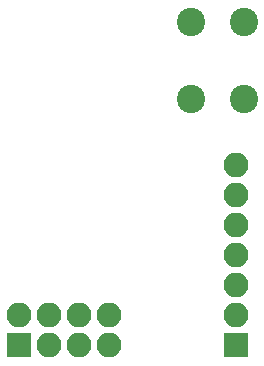
<source format=gbs>
G04 #@! TF.FileFunction,Soldermask,Bot*
%FSLAX46Y46*%
G04 Gerber Fmt 4.6, Leading zero omitted, Abs format (unit mm)*
G04 Created by KiCad (PCBNEW 4.0.6) date 08/05/17 14:41:28*
%MOMM*%
%LPD*%
G01*
G04 APERTURE LIST*
%ADD10C,0.100000*%
%ADD11R,2.100000X2.100000*%
%ADD12O,2.100000X2.100000*%
%ADD13C,2.400000*%
G04 APERTURE END LIST*
D10*
D11*
X33655000Y-195580000D03*
D12*
X33655000Y-193040000D03*
X33655000Y-190500000D03*
X33655000Y-187960000D03*
X33655000Y-185420000D03*
X33655000Y-182880000D03*
X33655000Y-180340000D03*
D11*
X15240000Y-195580000D03*
D12*
X15240000Y-193040000D03*
X17780000Y-195580000D03*
X17780000Y-193040000D03*
X20320000Y-195580000D03*
X20320000Y-193040000D03*
X22860000Y-195580000D03*
X22860000Y-193040000D03*
D13*
X29790000Y-168275000D03*
X34290000Y-168275000D03*
X29790000Y-174775000D03*
X34290000Y-174775000D03*
M02*

</source>
